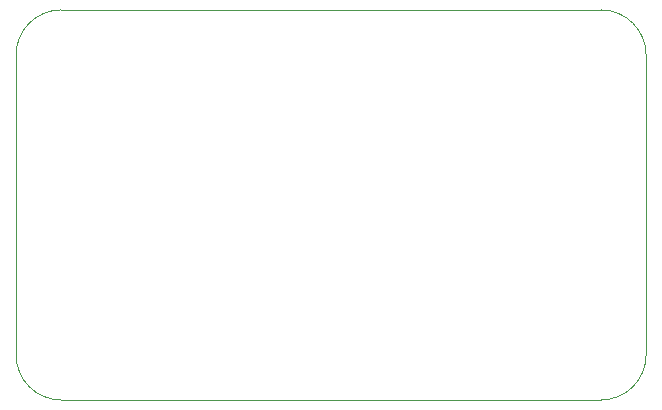
<source format=gm1>
G04 #@! TF.GenerationSoftware,KiCad,Pcbnew,(5.1.2)-1*
G04 #@! TF.CreationDate,2019-05-13T04:19:41-07:00*
G04 #@! TF.ProjectId,triumph_power,74726975-6d70-4685-9f70-6f7765722e6b,A*
G04 #@! TF.SameCoordinates,Original*
G04 #@! TF.FileFunction,Profile,NP*
%FSLAX46Y46*%
G04 Gerber Fmt 4.6, Leading zero omitted, Abs format (unit mm)*
G04 Created by KiCad (PCBNEW (5.1.2)-1) date 2019-05-13 04:19:41*
%MOMM*%
%LPD*%
G04 APERTURE LIST*
%ADD10C,0.050000*%
G04 APERTURE END LIST*
D10*
X176530000Y-121920000D02*
G75*
G02X172720000Y-125730000I-3810000J0D01*
G01*
X127000000Y-125730000D02*
G75*
G02X123190000Y-121920000I0J3810000D01*
G01*
X172720000Y-92710000D02*
G75*
G02X176530000Y-96520000I0J-3810000D01*
G01*
X123190000Y-96520000D02*
G75*
G02X127000000Y-92710000I3810000J0D01*
G01*
X123190000Y-121920000D02*
X123190000Y-96520000D01*
X172720000Y-125730000D02*
X127000000Y-125730000D01*
X176530000Y-96520000D02*
X176530000Y-121920000D01*
X127000000Y-92710000D02*
X172720000Y-92710000D01*
M02*

</source>
